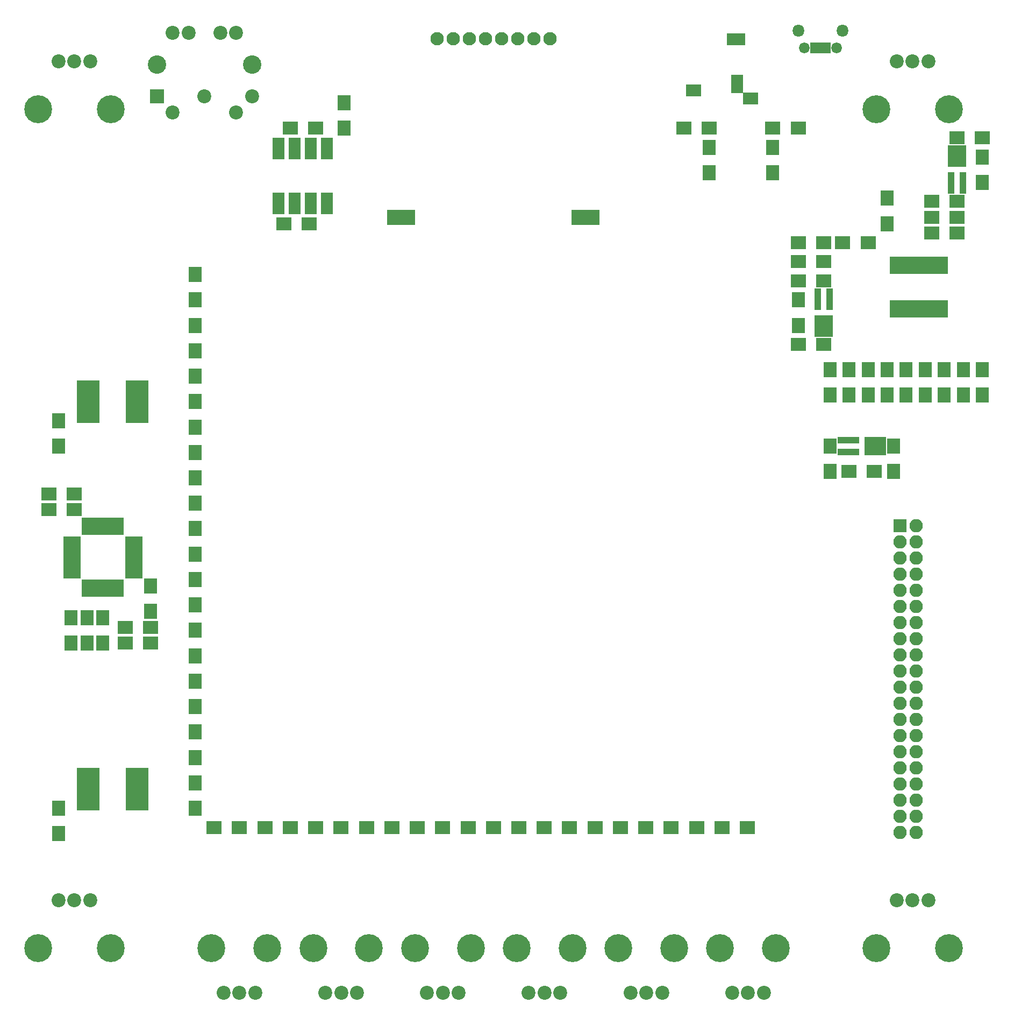
<source format=gbs>
G04 #@! TF.FileFunction,Soldermask,Bot*
%FSLAX46Y46*%
G04 Gerber Fmt 4.6, Leading zero omitted, Abs format (unit mm)*
G04 Created by KiCad (PCBNEW 4.0.6) date Tue Nov 28 12:03:41 2017*
%MOMM*%
%LPD*%
G01*
G04 APERTURE LIST*
%ADD10C,0.100000*%
%ADD11R,4.400000X2.400000*%
%ADD12C,2.100000*%
%ADD13R,2.400000X2.000000*%
%ADD14R,1.050000X3.460000*%
%ADD15R,0.800000X1.750000*%
%ADD16O,1.650000X1.750000*%
%ADD17O,1.800000X1.950000*%
%ADD18C,2.200000*%
%ADD19C,2.900000*%
%ADD20R,2.200000X2.200000*%
%ADD21R,2.100000X2.100000*%
%ADD22O,2.100000X2.100000*%
%ADD23R,2.000000X2.400000*%
%ADD24R,2.100000X2.400000*%
%ADD25R,2.400000X2.100000*%
%ADD26R,1.900000X2.900000*%
%ADD27R,2.400000X1.900000*%
%ADD28R,2.900000X1.900000*%
%ADD29C,4.400000*%
%ADD30R,3.460000X1.050000*%
%ADD31R,3.650000X0.850000*%
%ADD32R,1.924000X3.432000*%
%ADD33R,0.800000X2.700000*%
%ADD34R,1.000000X2.800000*%
%ADD35R,2.800000X1.000000*%
G04 APERTURE END LIST*
D10*
D11*
X108500000Y-57000000D03*
D12*
X85110000Y-28895000D03*
X87650000Y-28895000D03*
X90190000Y-28895000D03*
X92730000Y-28895000D03*
X95270000Y-28895000D03*
X97810000Y-28895000D03*
X100350000Y-28895000D03*
X102890000Y-28895000D03*
D11*
X79500000Y-57000000D03*
D13*
X62000000Y-43000000D03*
X66000000Y-43000000D03*
D14*
X166050000Y-47400000D03*
X167000000Y-47400000D03*
X167950000Y-47400000D03*
X167950000Y-51600000D03*
X166050000Y-51600000D03*
D15*
X144200000Y-30350000D03*
X144850000Y-30350000D03*
X145500000Y-30350000D03*
X146150000Y-30350000D03*
X146800000Y-30350000D03*
D16*
X143000000Y-30350000D03*
X148000000Y-30350000D03*
D17*
X142000000Y-27650000D03*
X149000000Y-27650000D03*
D18*
X53500000Y-28000000D03*
X43500000Y-28000000D03*
D19*
X56000000Y-33000000D03*
D18*
X51000000Y-28000000D03*
X46000000Y-28000000D03*
D20*
X41000000Y-38000000D03*
D18*
X48500000Y-38000000D03*
X56000000Y-38000000D03*
X43500000Y-40500000D03*
X53500000Y-40500000D03*
D19*
X41000000Y-33000000D03*
D21*
X158000000Y-105520000D03*
D22*
X160540000Y-105520000D03*
X158000000Y-108060000D03*
X160540000Y-108060000D03*
X158000000Y-110600000D03*
X160540000Y-110600000D03*
X158000000Y-113140000D03*
X160540000Y-113140000D03*
X158000000Y-115680000D03*
X160540000Y-115680000D03*
X158000000Y-118220000D03*
X160540000Y-118220000D03*
X158000000Y-120760000D03*
X160540000Y-120760000D03*
X158000000Y-123300000D03*
X160540000Y-123300000D03*
X158000000Y-125840000D03*
X160540000Y-125840000D03*
X158000000Y-128380000D03*
X160540000Y-128380000D03*
X158000000Y-130920000D03*
X160540000Y-130920000D03*
X158000000Y-133460000D03*
X160540000Y-133460000D03*
X158000000Y-136000000D03*
X160540000Y-136000000D03*
X158000000Y-138540000D03*
X160540000Y-138540000D03*
X158000000Y-141080000D03*
X160540000Y-141080000D03*
X158000000Y-143620000D03*
X160540000Y-143620000D03*
X158000000Y-146160000D03*
X160540000Y-146160000D03*
X158000000Y-148700000D03*
X160540000Y-148700000D03*
X158000000Y-151240000D03*
X160540000Y-151240000D03*
X158000000Y-153780000D03*
X160540000Y-153780000D03*
D13*
X138000000Y-43000000D03*
X142000000Y-43000000D03*
X128000000Y-43000000D03*
X124000000Y-43000000D03*
D23*
X27500000Y-124000000D03*
X27500000Y-120000000D03*
X25500000Y-154000000D03*
X25500000Y-150000000D03*
X25500000Y-93000000D03*
X25500000Y-89000000D03*
D13*
X24000000Y-103000000D03*
X28000000Y-103000000D03*
X40000000Y-121500000D03*
X36000000Y-121500000D03*
D23*
X32500000Y-124000000D03*
X32500000Y-120000000D03*
X150000000Y-81000000D03*
X150000000Y-85000000D03*
X156000000Y-81000000D03*
X156000000Y-85000000D03*
D13*
X146000000Y-64000000D03*
X142000000Y-64000000D03*
X163000000Y-59500000D03*
X167000000Y-59500000D03*
D23*
X30000000Y-124000000D03*
X30000000Y-120000000D03*
D13*
X167000000Y-44500000D03*
X171000000Y-44500000D03*
D23*
X171000000Y-51500000D03*
X171000000Y-47500000D03*
D13*
X163000000Y-54500000D03*
X167000000Y-54500000D03*
X146000000Y-77000000D03*
X142000000Y-77000000D03*
D23*
X142000000Y-70000000D03*
X142000000Y-74000000D03*
D13*
X146000000Y-67000000D03*
X142000000Y-67000000D03*
D23*
X157000000Y-93000000D03*
X157000000Y-97000000D03*
D13*
X150000000Y-97000000D03*
X154000000Y-97000000D03*
D23*
X147000000Y-93000000D03*
X147000000Y-97000000D03*
D13*
X149000000Y-61000000D03*
X153000000Y-61000000D03*
D23*
X156000000Y-58000000D03*
X156000000Y-54000000D03*
D13*
X40000000Y-124000000D03*
X36000000Y-124000000D03*
X24000000Y-100500000D03*
X28000000Y-100500000D03*
D23*
X147000000Y-81000000D03*
X147000000Y-85000000D03*
D13*
X146000000Y-61000000D03*
X142000000Y-61000000D03*
X163000000Y-57000000D03*
X167000000Y-57000000D03*
D24*
X70500000Y-43000000D03*
X70500000Y-39000000D03*
X128000000Y-50000000D03*
X128000000Y-46000000D03*
X138000000Y-50000000D03*
X138000000Y-46000000D03*
X171000000Y-81000000D03*
X171000000Y-85000000D03*
X168000000Y-81000000D03*
X168000000Y-85000000D03*
X165000000Y-81000000D03*
X165000000Y-85000000D03*
D25*
X61000000Y-58000000D03*
X65000000Y-58000000D03*
D24*
X159000000Y-85000000D03*
X159000000Y-81000000D03*
X162000000Y-81000000D03*
X162000000Y-85000000D03*
D25*
X50000000Y-153000000D03*
X54000000Y-153000000D03*
X58000000Y-153000000D03*
X62000000Y-153000000D03*
X66000000Y-153000000D03*
X70000000Y-153000000D03*
X74000000Y-153000000D03*
X78000000Y-153000000D03*
X82000000Y-153000000D03*
X86000000Y-153000000D03*
X90000000Y-153000000D03*
X94000000Y-153000000D03*
X98000000Y-153000000D03*
X102000000Y-153000000D03*
X106000000Y-153000000D03*
X110000000Y-153000000D03*
X114000000Y-153000000D03*
X118000000Y-153000000D03*
X122000000Y-153000000D03*
X126000000Y-153000000D03*
X130000000Y-153000000D03*
X134000000Y-153000000D03*
D24*
X47000000Y-70000000D03*
X47000000Y-66000000D03*
X47000000Y-78000000D03*
X47000000Y-74000000D03*
X47000000Y-86000000D03*
X47000000Y-82000000D03*
X47000000Y-94000000D03*
X47000000Y-90000000D03*
X47000000Y-102000000D03*
X47000000Y-98000000D03*
X47000000Y-110000000D03*
X47000000Y-106000000D03*
X47000000Y-118000000D03*
X47000000Y-114000000D03*
X47000000Y-126000000D03*
X47000000Y-122000000D03*
X47000000Y-134000000D03*
X47000000Y-130000000D03*
X47000000Y-142000000D03*
X47000000Y-138000000D03*
X47000000Y-150000000D03*
X47000000Y-146000000D03*
X40000000Y-119000000D03*
X40000000Y-115000000D03*
D26*
X132400000Y-36000000D03*
D27*
X125500000Y-37000000D03*
X134500000Y-38300000D03*
D28*
X132200000Y-29000000D03*
D18*
X51500000Y-179000000D03*
X54000000Y-179000000D03*
X56500000Y-179000000D03*
D29*
X49600000Y-172000000D03*
X58400000Y-172000000D03*
D18*
X67520000Y-179000000D03*
X70020000Y-179000000D03*
X72520000Y-179000000D03*
D29*
X65620000Y-172000000D03*
X74420000Y-172000000D03*
D18*
X83540000Y-179000000D03*
X86040000Y-179000000D03*
X88540000Y-179000000D03*
D29*
X81640000Y-172000000D03*
X90440000Y-172000000D03*
D18*
X99560000Y-179000000D03*
X102060000Y-179000000D03*
X104560000Y-179000000D03*
D29*
X97660000Y-172000000D03*
X106460000Y-172000000D03*
D18*
X115580000Y-179000000D03*
X118080000Y-179000000D03*
X120580000Y-179000000D03*
D29*
X113680000Y-172000000D03*
X122480000Y-172000000D03*
D18*
X131600000Y-179000000D03*
X134100000Y-179000000D03*
X136600000Y-179000000D03*
D29*
X129700000Y-172000000D03*
X138500000Y-172000000D03*
D18*
X30500000Y-32500000D03*
X28000000Y-32500000D03*
X25500000Y-32500000D03*
D29*
X33700000Y-40000000D03*
X22300000Y-40000000D03*
D18*
X162500000Y-32500000D03*
X160000000Y-32500000D03*
X157500000Y-32500000D03*
D29*
X165700000Y-40000000D03*
X154300000Y-40000000D03*
D18*
X30500000Y-164500000D03*
X28000000Y-164500000D03*
X25500000Y-164500000D03*
D29*
X33700000Y-172000000D03*
X22300000Y-172000000D03*
D18*
X162500000Y-164500000D03*
X160000000Y-164500000D03*
X157500000Y-164500000D03*
D29*
X165700000Y-172000000D03*
X154300000Y-172000000D03*
D23*
X153000000Y-81000000D03*
X153000000Y-85000000D03*
D14*
X146950000Y-74100000D03*
X146000000Y-74100000D03*
X145050000Y-74100000D03*
X145050000Y-69900000D03*
X146950000Y-69900000D03*
D30*
X154100000Y-92050000D03*
X154100000Y-93000000D03*
X154100000Y-93950000D03*
X149900000Y-93950000D03*
X149900000Y-92050000D03*
D31*
X37850000Y-144075000D03*
X37850000Y-144725000D03*
X37850000Y-145375000D03*
X37850000Y-146025000D03*
X37850000Y-146675000D03*
X37850000Y-147325000D03*
X37850000Y-147975000D03*
X37850000Y-148625000D03*
X37850000Y-149275000D03*
X37850000Y-149925000D03*
X30150000Y-149925000D03*
X30150000Y-149275000D03*
X30150000Y-148625000D03*
X30150000Y-147975000D03*
X30150000Y-147325000D03*
X30150000Y-146675000D03*
X30150000Y-146025000D03*
X30150000Y-145375000D03*
X30150000Y-144725000D03*
X30150000Y-144075000D03*
X37850000Y-83075000D03*
X37850000Y-83725000D03*
X37850000Y-84375000D03*
X37850000Y-85025000D03*
X37850000Y-85675000D03*
X37850000Y-86325000D03*
X37850000Y-86975000D03*
X37850000Y-87625000D03*
X37850000Y-88275000D03*
X37850000Y-88925000D03*
X30150000Y-88925000D03*
X30150000Y-88275000D03*
X30150000Y-87625000D03*
X30150000Y-86975000D03*
X30150000Y-86325000D03*
X30150000Y-85675000D03*
X30150000Y-85025000D03*
X30150000Y-84375000D03*
X30150000Y-83725000D03*
X30150000Y-83075000D03*
D32*
X60190000Y-46190000D03*
X62730000Y-46190000D03*
X65270000Y-46190000D03*
X67810000Y-46190000D03*
X67810000Y-54810000D03*
X65270000Y-54810000D03*
X62730000Y-54810000D03*
X60190000Y-54810000D03*
D33*
X156775000Y-64550000D03*
X157425000Y-64550000D03*
X158075000Y-64550000D03*
X158725000Y-64550000D03*
X159375000Y-64550000D03*
X160025000Y-64550000D03*
X160675000Y-64550000D03*
X161325000Y-64550000D03*
X161975000Y-64550000D03*
X162625000Y-64550000D03*
X163275000Y-64550000D03*
X163925000Y-64550000D03*
X164575000Y-64550000D03*
X165225000Y-64550000D03*
X165225000Y-71450000D03*
X164575000Y-71450000D03*
X163925000Y-71450000D03*
X163275000Y-71450000D03*
X162625000Y-71450000D03*
X161975000Y-71450000D03*
X161325000Y-71450000D03*
X160675000Y-71450000D03*
X160025000Y-71450000D03*
X159375000Y-71450000D03*
X158725000Y-71450000D03*
X158075000Y-71450000D03*
X157425000Y-71450000D03*
X156775000Y-71450000D03*
D34*
X35300000Y-115350000D03*
X34500000Y-115350000D03*
X33700000Y-115350000D03*
X32900000Y-115350000D03*
X32100000Y-115350000D03*
X31300000Y-115350000D03*
X30500000Y-115350000D03*
X29700000Y-115350000D03*
D35*
X27650000Y-113300000D03*
X27650000Y-112500000D03*
X27650000Y-111700000D03*
X27650000Y-110900000D03*
X27650000Y-110100000D03*
X27650000Y-109300000D03*
X27650000Y-108500000D03*
X27650000Y-107700000D03*
D34*
X29700000Y-105650000D03*
X30500000Y-105650000D03*
X31300000Y-105650000D03*
X32100000Y-105650000D03*
X32900000Y-105650000D03*
X33700000Y-105650000D03*
X34500000Y-105650000D03*
X35300000Y-105650000D03*
D35*
X37350000Y-107700000D03*
X37350000Y-108500000D03*
X37350000Y-109300000D03*
X37350000Y-110100000D03*
X37350000Y-110900000D03*
X37350000Y-111700000D03*
X37350000Y-112500000D03*
X37350000Y-113300000D03*
M02*

</source>
